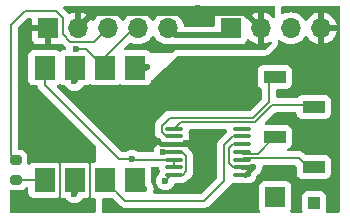
<source format=gbr>
%TF.GenerationSoftware,KiCad,Pcbnew,8.0.1*%
%TF.CreationDate,2025-01-27T15:49:21-05:00*%
%TF.ProjectId,PHY,5048592e-6b69-4636-9164-5f7063625858,rev?*%
%TF.SameCoordinates,Original*%
%TF.FileFunction,Copper,L1,Top*%
%TF.FilePolarity,Positive*%
%FSLAX46Y46*%
G04 Gerber Fmt 4.6, Leading zero omitted, Abs format (unit mm)*
G04 Created by KiCad (PCBNEW 8.0.1) date 2025-01-27 15:49:21*
%MOMM*%
%LPD*%
G01*
G04 APERTURE LIST*
G04 Aperture macros list*
%AMRoundRect*
0 Rectangle with rounded corners*
0 $1 Rounding radius*
0 $2 $3 $4 $5 $6 $7 $8 $9 X,Y pos of 4 corners*
0 Add a 4 corners polygon primitive as box body*
4,1,4,$2,$3,$4,$5,$6,$7,$8,$9,$2,$3,0*
0 Add four circle primitives for the rounded corners*
1,1,$1+$1,$2,$3*
1,1,$1+$1,$4,$5*
1,1,$1+$1,$6,$7*
1,1,$1+$1,$8,$9*
0 Add four rect primitives between the rounded corners*
20,1,$1+$1,$2,$3,$4,$5,0*
20,1,$1+$1,$4,$5,$6,$7,0*
20,1,$1+$1,$6,$7,$8,$9,0*
20,1,$1+$1,$8,$9,$2,$3,0*%
G04 Aperture macros list end*
%TA.AperFunction,ComponentPad*%
%ADD10R,1.000000X1.000000*%
%TD*%
%TA.AperFunction,ComponentPad*%
%ADD11R,1.700000X1.700000*%
%TD*%
%TA.AperFunction,SMDPad,CuDef*%
%ADD12R,1.900000X1.000000*%
%TD*%
%TA.AperFunction,ComponentPad*%
%ADD13O,1.700000X1.700000*%
%TD*%
%TA.AperFunction,SMDPad,CuDef*%
%ADD14R,1.780000X2.000000*%
%TD*%
%TA.AperFunction,SMDPad,CuDef*%
%ADD15RoundRect,0.100000X-0.637500X-0.100000X0.637500X-0.100000X0.637500X0.100000X-0.637500X0.100000X0*%
%TD*%
%TA.AperFunction,SMDPad,CuDef*%
%ADD16RoundRect,0.200000X-0.275000X0.200000X-0.275000X-0.200000X0.275000X-0.200000X0.275000X0.200000X0*%
%TD*%
%TA.AperFunction,ViaPad*%
%ADD17C,0.600000*%
%TD*%
%TA.AperFunction,Conductor*%
%ADD18C,0.200000*%
%TD*%
%TA.AperFunction,Conductor*%
%ADD19C,0.500000*%
%TD*%
%TA.AperFunction,Conductor*%
%ADD20C,0.400000*%
%TD*%
G04 APERTURE END LIST*
D10*
%TO.P,J3,1,Pin_1*%
%TO.N,GND1*%
X162400000Y-91600000D03*
%TD*%
D11*
%TO.P,J4,1,Pin_1*%
%TO.N,unconnected-(J4-Pin_1-Pad1)*%
X159100000Y-91100000D03*
%TD*%
D12*
%TO.P,J1,1,Pin_1*%
%TO.N,/Txp*%
X159050000Y-80900000D03*
%TO.P,J1,2,Pin_2*%
%TO.N,/Txn*%
X162350000Y-83440000D03*
%TO.P,J1,3,Pin_3*%
%TO.N,/Rxp*%
X159050000Y-85980000D03*
%TO.P,J1,4,Pin_4*%
%TO.N,/Rxn*%
X162350000Y-88520000D03*
%TD*%
D11*
%TO.P,U3,1,Pin_1*%
%TO.N,GND*%
X155340000Y-76800000D03*
D13*
%TO.P,U3,2,Pin_2*%
%TO.N,+5V*%
X157880000Y-76800000D03*
%TO.P,U3,3,Pin_3*%
%TO.N,GND1*%
X160420000Y-76800000D03*
%TO.P,U3,4,Pin_4*%
%TO.N,+5VA*%
X162960000Y-76800000D03*
%TD*%
D11*
%TO.P,J2,1,Pin_1*%
%TO.N,+3.3V*%
X139840000Y-76800000D03*
D13*
%TO.P,J2,2,Pin_2*%
%TO.N,+5V*%
X142380000Y-76800000D03*
%TO.P,J2,3,Pin_3*%
%TO.N,/Tx*%
X144920000Y-76800000D03*
%TO.P,J2,4,Pin_4*%
%TO.N,/Rx*%
X147460000Y-76800000D03*
%TO.P,J2,5,Pin_5*%
%TO.N,GND*%
X150000000Y-76800000D03*
%TD*%
D14*
%TO.P,U2,1*%
%TO.N,Net-(R5-Pad2)*%
X139590000Y-89665000D03*
%TO.P,U2,2*%
%TO.N,GND*%
X142130000Y-89665000D03*
%TO.P,U2,3*%
%TO.N,Net-(U1-Pad13)*%
X144670000Y-89665000D03*
%TO.P,U2,4*%
%TO.N,GND1*%
X147210000Y-89665000D03*
%TO.P,U2,5*%
%TO.N,GND*%
X147210000Y-80135000D03*
%TO.P,U2,6*%
%TO.N,/Rx*%
X144670000Y-80135000D03*
%TO.P,U2,7*%
%TO.N,GND1*%
X142130000Y-80135000D03*
%TO.P,U2,8*%
%TO.N,Net-(U1A-+)*%
X139590000Y-80135000D03*
%TD*%
D15*
%TO.P,U1,1*%
%TO.N,/Txn*%
X150532500Y-85305000D03*
%TO.P,U1,2*%
%TO.N,/Txp*%
X150532500Y-85955000D03*
%TO.P,U1,3,V+*%
%TO.N,+5VA*%
X150532500Y-86605000D03*
%TO.P,U1,4,-*%
%TO.N,Net-(U1A--)*%
X150532500Y-87255000D03*
%TO.P,U1,5,+*%
%TO.N,Net-(U1A-+)*%
X150532500Y-87905000D03*
%TO.P,U1,6,-*%
X150532500Y-88555000D03*
%TO.P,U1,7,+*%
%TO.N,Net-(U1A--)*%
X150532500Y-89205000D03*
%TO.P,U1,8,-*%
%TO.N,GND1*%
X156257500Y-89205000D03*
%TO.P,U1,9,+*%
X156257500Y-88555000D03*
%TO.P,U1,10,-*%
%TO.N,/Rxn*%
X156257500Y-87905000D03*
%TO.P,U1,11,+*%
%TO.N,/Rxp*%
X156257500Y-87255000D03*
%TO.P,U1,12,V-*%
%TO.N,GND1*%
X156257500Y-86605000D03*
%TO.P,U1,13*%
%TO.N,Net-(U1-Pad13)*%
X156257500Y-85955000D03*
%TO.P,U1,14*%
%TO.N,unconnected-(U1-Pad14)*%
X156257500Y-85305000D03*
%TD*%
D16*
%TO.P,R5,1*%
%TO.N,/Tx*%
X137140000Y-87975000D03*
%TO.P,R5,2*%
%TO.N,Net-(R5-Pad2)*%
X137140000Y-89625000D03*
%TD*%
D17*
%TO.N,+5V*%
X152600000Y-75100000D03*
%TO.N,GND1*%
X142100000Y-81300000D03*
X148000000Y-90400000D03*
%TO.N,GND*%
X142100000Y-90800000D03*
X148200000Y-80100000D03*
%TO.N,GND1*%
X157209303Y-88516593D03*
%TO.N,+5VA*%
X151572850Y-86502067D03*
X149200935Y-86325038D03*
%TO.N,Net-(U1A-+)*%
X147000000Y-87900000D03*
%TO.N,Net-(U1A--)*%
X149592466Y-87285878D03*
X149800000Y-89700000D03*
%TO.N,/Rx*%
X142200000Y-78550000D03*
%TD*%
D18*
%TO.N,/Txp*%
X157240000Y-84360000D02*
X158600000Y-83000000D01*
X158600000Y-83000000D02*
X158600000Y-81350000D01*
X149495000Y-85036544D02*
X150171544Y-84360000D01*
X158600000Y-81350000D02*
X159050000Y-80900000D01*
X149495000Y-85573456D02*
X149495000Y-85036544D01*
X149876544Y-85955000D02*
X149495000Y-85573456D01*
X150532500Y-85955000D02*
X149876544Y-85955000D01*
X150171544Y-84360000D02*
X157240000Y-84360000D01*
%TO.N,Net-(U1-Pad13)*%
X153100000Y-91400000D02*
X146405000Y-91400000D01*
X154800000Y-89700000D02*
X153100000Y-91400000D01*
X154800000Y-86675001D02*
X154800000Y-89700000D01*
X146405000Y-91400000D02*
X144670000Y-89665000D01*
X155520001Y-85955000D02*
X154800000Y-86675001D01*
X156257500Y-85955000D02*
X155520001Y-85955000D01*
D19*
%TO.N,GND1*%
X147265000Y-89665000D02*
X147210000Y-89665000D01*
X148000000Y-90400000D02*
X147265000Y-89665000D01*
D20*
X157209303Y-88516593D02*
X156520896Y-89205000D01*
X157170896Y-88555000D02*
X156257500Y-88555000D01*
D18*
X156520896Y-89205000D02*
X156257500Y-89205000D01*
D20*
X157209303Y-88516593D02*
X157170896Y-88555000D01*
D18*
%TO.N,+5V*%
X152800000Y-75300000D02*
X152600000Y-75100000D01*
X152800000Y-75500000D02*
X152800000Y-75300000D01*
D19*
X152800000Y-75500000D02*
X156580000Y-75500000D01*
X143680000Y-75500000D02*
X152800000Y-75500000D01*
D18*
%TO.N,/Rx*%
X144670000Y-79230000D02*
X144670000Y-80135000D01*
X147100000Y-76800000D02*
X144670000Y-79230000D01*
X147460000Y-76800000D02*
X147100000Y-76800000D01*
D19*
%TO.N,GND*%
X154740000Y-77400000D02*
X155340000Y-76800000D01*
X150000000Y-76800000D02*
X150600000Y-77400000D01*
X150600000Y-77400000D02*
X154740000Y-77400000D01*
D18*
%TO.N,+3.3V*%
X140900000Y-88150000D02*
X140900000Y-91100000D01*
X143400000Y-88200000D02*
X143400000Y-91100000D01*
%TO.N,/Tx*%
X136700000Y-87535000D02*
X137140000Y-87975000D01*
X140500000Y-75300000D02*
X137900000Y-75300000D01*
X141100000Y-77300000D02*
X141100000Y-75900000D01*
X137900000Y-75300000D02*
X136700000Y-76500000D01*
X141750000Y-77950000D02*
X141100000Y-77300000D01*
X141100000Y-75900000D02*
X140500000Y-75300000D01*
X136700000Y-76500000D02*
X136700000Y-87535000D01*
X143770000Y-77950000D02*
X141750000Y-77950000D01*
X144920000Y-76800000D02*
X143770000Y-77950000D01*
%TO.N,Net-(U1A-+)*%
X145900000Y-87900000D02*
X147000000Y-87900000D01*
X139590000Y-81590000D02*
X145900000Y-87900000D01*
X139590000Y-80135000D02*
X139590000Y-81590000D01*
%TO.N,/Rxp*%
X157625000Y-87400000D02*
X159025000Y-86000000D01*
X159025000Y-86000000D02*
X159050000Y-86000000D01*
X156257500Y-87255000D02*
X156402500Y-87400000D01*
X156402500Y-87400000D02*
X157625000Y-87400000D01*
%TO.N,/Txn*%
X162190000Y-83300000D02*
X162350000Y-83460000D01*
X158865686Y-83300000D02*
X162190000Y-83300000D01*
X151077500Y-84760000D02*
X157405686Y-84760000D01*
X157405686Y-84760000D02*
X158865686Y-83300000D01*
X150532500Y-85305000D02*
X151077500Y-84760000D01*
%TO.N,/Rxn*%
X161845000Y-88540000D02*
X162350000Y-88540000D01*
X156362500Y-87800000D02*
X161105000Y-87800000D01*
X161105000Y-87800000D02*
X161845000Y-88540000D01*
X156257500Y-87905000D02*
X156362500Y-87800000D01*
D19*
%TO.N,GND1*%
X142130000Y-81270000D02*
X142100000Y-81300000D01*
X142130000Y-80135000D02*
X142130000Y-81270000D01*
%TO.N,GND*%
X142130000Y-90770000D02*
X142100000Y-90800000D01*
X142130000Y-89665000D02*
X142130000Y-90770000D01*
X148165000Y-80135000D02*
X148200000Y-80100000D01*
X147210000Y-80135000D02*
X148165000Y-80135000D01*
D20*
%TO.N,+5VA*%
X151469917Y-86605000D02*
X151572850Y-86502067D01*
X150532500Y-86605000D02*
X151469917Y-86605000D01*
D18*
%TO.N,Net-(U1A-+)*%
X147005000Y-87905000D02*
X150532500Y-87905000D01*
X147000000Y-87900000D02*
X147005000Y-87905000D01*
D20*
%TO.N,+5VA*%
X149461775Y-86585878D02*
X149200935Y-86325038D01*
X150513378Y-86585878D02*
X149461775Y-86585878D01*
X150532500Y-86605000D02*
X150513378Y-86585878D01*
D18*
%TO.N,Net-(U1A--)*%
X149623344Y-87255000D02*
X150532500Y-87255000D01*
X149592466Y-87285878D02*
X149623344Y-87255000D01*
X150295000Y-89205000D02*
X149800000Y-89700000D01*
X150532500Y-89205000D02*
X150295000Y-89205000D01*
%TO.N,/Rx*%
X143085000Y-78550000D02*
X144670000Y-80135000D01*
X142200000Y-78550000D02*
X143085000Y-78550000D01*
%TO.N,Net-(R5-Pad2)*%
X139550000Y-89625000D02*
X139590000Y-89665000D01*
X137140000Y-89625000D02*
X139550000Y-89625000D01*
D19*
%TO.N,+5V*%
X142380000Y-76800000D02*
X143680000Y-75500000D01*
X156580000Y-75500000D02*
X157880000Y-76800000D01*
D18*
%TO.N,Net-(U1A-+)*%
X150532500Y-88555000D02*
X150532500Y-87905000D01*
%TO.N,GND1*%
X155555000Y-88555000D02*
X156257500Y-88555000D01*
X155220000Y-86905001D02*
X155220000Y-88220000D01*
X155520001Y-86605000D02*
X155220000Y-86905001D01*
X155220000Y-88220000D02*
X155555000Y-88555000D01*
X156257500Y-86605000D02*
X155520001Y-86605000D01*
%TO.N,Net-(U1A--)*%
X151188456Y-87255000D02*
X150532500Y-87255000D01*
X151269999Y-89205000D02*
X151570000Y-88904999D01*
X151570000Y-88904999D02*
X151570000Y-87636544D01*
X151570000Y-87636544D02*
X151188456Y-87255000D01*
X150532500Y-89205000D02*
X151269999Y-89205000D01*
%TD*%
%TA.AperFunction,Conductor*%
%TO.N,+5VA*%
G36*
X164542539Y-74920185D02*
G01*
X164588294Y-74972989D01*
X164599500Y-75024500D01*
X164599500Y-92275500D01*
X164579815Y-92342539D01*
X164527011Y-92388294D01*
X164475500Y-92399500D01*
X163501067Y-92399500D01*
X163434028Y-92379815D01*
X163388273Y-92327011D01*
X163378329Y-92257853D01*
X163384885Y-92232168D01*
X163394090Y-92207485D01*
X163394091Y-92207483D01*
X163400500Y-92147873D01*
X163400499Y-91052128D01*
X163394091Y-90992517D01*
X163343796Y-90857669D01*
X163343795Y-90857668D01*
X163343793Y-90857664D01*
X163257547Y-90742455D01*
X163257544Y-90742452D01*
X163142335Y-90656206D01*
X163142328Y-90656202D01*
X163007482Y-90605908D01*
X163007483Y-90605908D01*
X162947883Y-90599501D01*
X162947881Y-90599500D01*
X162947873Y-90599500D01*
X162947864Y-90599500D01*
X161852129Y-90599500D01*
X161852123Y-90599501D01*
X161792516Y-90605908D01*
X161657671Y-90656202D01*
X161657664Y-90656206D01*
X161542455Y-90742452D01*
X161542452Y-90742455D01*
X161456206Y-90857664D01*
X161456202Y-90857671D01*
X161405908Y-90992517D01*
X161399501Y-91052116D01*
X161399501Y-91052123D01*
X161399500Y-91052135D01*
X161399500Y-92147870D01*
X161399501Y-92147876D01*
X161405909Y-92207485D01*
X161415115Y-92232168D01*
X161420099Y-92301860D01*
X161386613Y-92363182D01*
X161325289Y-92396667D01*
X161298933Y-92399500D01*
X160486432Y-92399500D01*
X160419393Y-92379815D01*
X160373638Y-92327011D01*
X160363694Y-92257853D01*
X160387165Y-92201190D01*
X160390679Y-92196494D01*
X160393796Y-92192331D01*
X160444091Y-92057483D01*
X160450500Y-91997873D01*
X160450499Y-90202128D01*
X160444091Y-90142517D01*
X160416565Y-90068717D01*
X160393797Y-90007671D01*
X160393793Y-90007664D01*
X160307547Y-89892455D01*
X160307544Y-89892452D01*
X160192335Y-89806206D01*
X160192328Y-89806202D01*
X160057482Y-89755908D01*
X160057483Y-89755908D01*
X159997883Y-89749501D01*
X159997881Y-89749500D01*
X159997873Y-89749500D01*
X159997864Y-89749500D01*
X158202129Y-89749500D01*
X158202123Y-89749501D01*
X158142516Y-89755908D01*
X158007671Y-89806202D01*
X158007664Y-89806206D01*
X157892455Y-89892452D01*
X157892452Y-89892455D01*
X157806206Y-90007664D01*
X157806202Y-90007671D01*
X157755908Y-90142517D01*
X157751823Y-90180520D01*
X157749501Y-90202123D01*
X157749500Y-90202135D01*
X157749500Y-91997870D01*
X157749501Y-91997876D01*
X157755908Y-92057483D01*
X157806202Y-92192328D01*
X157806206Y-92192334D01*
X157812835Y-92201190D01*
X157837252Y-92266654D01*
X157822400Y-92334927D01*
X157772995Y-92384332D01*
X157713568Y-92399500D01*
X144529500Y-92399500D01*
X144462461Y-92379815D01*
X144416706Y-92327011D01*
X144405500Y-92275500D01*
X144405500Y-91289499D01*
X144425185Y-91222460D01*
X144477989Y-91176705D01*
X144529500Y-91165499D01*
X145269901Y-91165499D01*
X145336940Y-91185184D01*
X145357582Y-91201818D01*
X146036284Y-91880520D01*
X146036286Y-91880521D01*
X146036290Y-91880524D01*
X146173209Y-91959573D01*
X146173216Y-91959577D01*
X146325943Y-92000501D01*
X146325945Y-92000501D01*
X146491654Y-92000501D01*
X146491670Y-92000500D01*
X153013331Y-92000500D01*
X153013347Y-92000501D01*
X153020943Y-92000501D01*
X153179054Y-92000501D01*
X153179057Y-92000501D01*
X153331785Y-91959577D01*
X153381904Y-91930639D01*
X153468716Y-91880520D01*
X153580520Y-91768716D01*
X153580520Y-91768714D01*
X153590728Y-91758507D01*
X153590730Y-91758504D01*
X155158506Y-90190728D01*
X155158511Y-90190724D01*
X155168714Y-90180520D01*
X155168716Y-90180520D01*
X155280520Y-90068716D01*
X155340129Y-89965470D01*
X155347867Y-89952066D01*
X155398429Y-89903850D01*
X155467035Y-89890623D01*
X155471383Y-89891116D01*
X155580639Y-89905500D01*
X156444289Y-89905499D01*
X156444307Y-89905500D01*
X156451902Y-89905500D01*
X156599880Y-89905500D01*
X156599892Y-89905499D01*
X156934363Y-89905499D01*
X157051753Y-89890046D01*
X157051757Y-89890044D01*
X157051762Y-89890044D01*
X157197841Y-89829536D01*
X157323282Y-89733282D01*
X157419536Y-89607841D01*
X157480044Y-89461762D01*
X157495500Y-89344361D01*
X157495499Y-89344331D01*
X157495607Y-89342710D01*
X157495779Y-89342238D01*
X157496030Y-89340336D01*
X157496455Y-89340392D01*
X157519625Y-89277098D01*
X157553371Y-89245808D01*
X157558821Y-89242383D01*
X157558825Y-89242382D01*
X157711565Y-89146409D01*
X157839119Y-89018855D01*
X157935092Y-88866115D01*
X157994671Y-88695848D01*
X157994672Y-88695842D01*
X158015542Y-88510617D01*
X158042608Y-88446203D01*
X158100203Y-88406647D01*
X158138762Y-88400500D01*
X160775500Y-88400500D01*
X160842539Y-88420185D01*
X160888294Y-88472989D01*
X160899500Y-88524500D01*
X160899500Y-89067870D01*
X160899501Y-89067876D01*
X160905908Y-89127483D01*
X160956202Y-89262328D01*
X160956206Y-89262335D01*
X161042452Y-89377544D01*
X161042455Y-89377547D01*
X161157664Y-89463793D01*
X161157671Y-89463797D01*
X161292517Y-89514091D01*
X161292516Y-89514091D01*
X161299444Y-89514835D01*
X161352127Y-89520500D01*
X163347872Y-89520499D01*
X163407483Y-89514091D01*
X163542331Y-89463796D01*
X163657546Y-89377546D01*
X163743796Y-89262331D01*
X163794091Y-89127483D01*
X163800500Y-89067873D01*
X163800499Y-87972128D01*
X163794091Y-87912517D01*
X163743796Y-87777669D01*
X163743795Y-87777668D01*
X163743793Y-87777664D01*
X163657547Y-87662455D01*
X163657544Y-87662452D01*
X163542335Y-87576206D01*
X163542328Y-87576202D01*
X163407482Y-87525908D01*
X163407483Y-87525908D01*
X163347883Y-87519501D01*
X163347881Y-87519500D01*
X163347873Y-87519500D01*
X163347865Y-87519500D01*
X161725097Y-87519500D01*
X161658058Y-87499815D01*
X161637416Y-87483181D01*
X161592590Y-87438355D01*
X161592588Y-87438352D01*
X161473717Y-87319481D01*
X161473716Y-87319480D01*
X161384251Y-87267828D01*
X161384250Y-87267827D01*
X161336783Y-87240422D01*
X161280881Y-87225443D01*
X161184057Y-87199499D01*
X161025943Y-87199499D01*
X161018347Y-87199499D01*
X161018331Y-87199500D01*
X160190425Y-87199500D01*
X160123386Y-87179815D01*
X160077631Y-87127011D01*
X160067687Y-87057853D01*
X160096712Y-86994297D01*
X160147092Y-86959318D01*
X160205246Y-86937627D01*
X160242331Y-86923796D01*
X160357546Y-86837546D01*
X160443796Y-86722331D01*
X160494091Y-86587483D01*
X160500500Y-86527873D01*
X160500499Y-85432128D01*
X160494091Y-85372517D01*
X160475657Y-85323094D01*
X160443797Y-85237671D01*
X160443793Y-85237664D01*
X160357547Y-85122455D01*
X160357544Y-85122452D01*
X160242335Y-85036206D01*
X160242328Y-85036202D01*
X160107482Y-84985908D01*
X160107483Y-84985908D01*
X160047883Y-84979501D01*
X160047881Y-84979500D01*
X160047873Y-84979500D01*
X160047865Y-84979500D01*
X158334781Y-84979500D01*
X158267742Y-84959815D01*
X158221987Y-84907011D01*
X158212043Y-84837853D01*
X158241068Y-84774297D01*
X158247081Y-84767839D01*
X159078103Y-83936819D01*
X159139426Y-83903334D01*
X159165784Y-83900500D01*
X160778724Y-83900500D01*
X160845763Y-83920185D01*
X160891518Y-83972989D01*
X160902014Y-84011248D01*
X160905908Y-84047483D01*
X160956202Y-84182328D01*
X160956206Y-84182335D01*
X161042452Y-84297544D01*
X161042455Y-84297547D01*
X161157664Y-84383793D01*
X161157671Y-84383797D01*
X161292517Y-84434091D01*
X161292516Y-84434091D01*
X161299444Y-84434835D01*
X161352127Y-84440500D01*
X163347872Y-84440499D01*
X163407483Y-84434091D01*
X163542331Y-84383796D01*
X163657546Y-84297546D01*
X163743796Y-84182331D01*
X163794091Y-84047483D01*
X163800500Y-83987873D01*
X163800499Y-82892128D01*
X163794091Y-82832517D01*
X163743796Y-82697669D01*
X163743795Y-82697668D01*
X163743793Y-82697664D01*
X163657547Y-82582455D01*
X163657544Y-82582452D01*
X163542335Y-82496206D01*
X163542328Y-82496202D01*
X163407482Y-82445908D01*
X163407483Y-82445908D01*
X163347883Y-82439501D01*
X163347881Y-82439500D01*
X163347873Y-82439500D01*
X163347864Y-82439500D01*
X161352129Y-82439500D01*
X161352123Y-82439501D01*
X161292516Y-82445908D01*
X161157671Y-82496202D01*
X161157664Y-82496206D01*
X161042456Y-82582452D01*
X161042455Y-82582453D01*
X161042454Y-82582454D01*
X161009099Y-82627011D01*
X160992031Y-82649811D01*
X160936097Y-82691682D01*
X160892764Y-82699500D01*
X159324500Y-82699500D01*
X159257461Y-82679815D01*
X159211706Y-82627011D01*
X159200500Y-82575500D01*
X159200500Y-82024499D01*
X159220185Y-81957460D01*
X159272989Y-81911705D01*
X159324500Y-81900499D01*
X160047871Y-81900499D01*
X160047872Y-81900499D01*
X160107483Y-81894091D01*
X160242331Y-81843796D01*
X160357546Y-81757546D01*
X160443796Y-81642331D01*
X160494091Y-81507483D01*
X160500500Y-81447873D01*
X160500499Y-80352128D01*
X160494091Y-80292517D01*
X160443796Y-80157669D01*
X160443795Y-80157668D01*
X160443793Y-80157664D01*
X160357547Y-80042455D01*
X160357544Y-80042452D01*
X160242335Y-79956206D01*
X160242328Y-79956202D01*
X160107482Y-79905908D01*
X160107483Y-79905908D01*
X160047883Y-79899501D01*
X160047881Y-79899500D01*
X160047873Y-79899500D01*
X160047864Y-79899500D01*
X158052129Y-79899500D01*
X158052123Y-79899501D01*
X157992516Y-79905908D01*
X157857671Y-79956202D01*
X157857664Y-79956206D01*
X157742455Y-80042452D01*
X157742452Y-80042455D01*
X157656206Y-80157664D01*
X157656202Y-80157671D01*
X157605908Y-80292517D01*
X157599501Y-80352116D01*
X157599501Y-80352123D01*
X157599500Y-80352135D01*
X157599500Y-81447870D01*
X157599501Y-81447876D01*
X157605908Y-81507483D01*
X157656202Y-81642328D01*
X157656206Y-81642335D01*
X157742452Y-81757544D01*
X157742455Y-81757547D01*
X157857664Y-81843793D01*
X157857669Y-81843796D01*
X157918833Y-81866608D01*
X157974766Y-81908478D01*
X157999184Y-81973942D01*
X157999500Y-81982790D01*
X157999500Y-82699903D01*
X157979815Y-82766942D01*
X157963181Y-82787584D01*
X157027584Y-83723181D01*
X156966261Y-83756666D01*
X156939903Y-83759500D01*
X150258214Y-83759500D01*
X150258198Y-83759499D01*
X150250602Y-83759499D01*
X150092487Y-83759499D01*
X150016123Y-83779961D01*
X149939758Y-83800423D01*
X149939753Y-83800426D01*
X149802834Y-83879475D01*
X149802826Y-83879481D01*
X149014481Y-84667826D01*
X149014479Y-84667829D01*
X148979328Y-84728714D01*
X148979327Y-84728716D01*
X148935423Y-84804758D01*
X148935423Y-84804759D01*
X148894499Y-84957487D01*
X148894499Y-84957489D01*
X148894499Y-85125590D01*
X148894500Y-85125603D01*
X148894500Y-85486786D01*
X148894499Y-85486804D01*
X148894499Y-85652510D01*
X148894498Y-85652510D01*
X148935423Y-85805240D01*
X148935424Y-85805244D01*
X148941424Y-85815636D01*
X148941427Y-85815640D01*
X149014477Y-85942168D01*
X149014481Y-85942173D01*
X149284143Y-86211835D01*
X149317628Y-86273158D01*
X149312644Y-86342850D01*
X149311028Y-86346957D01*
X149310446Y-86348361D01*
X149310444Y-86348369D01*
X149294999Y-86465679D01*
X149294923Y-86466847D01*
X149294802Y-86467175D01*
X149294470Y-86469702D01*
X149293904Y-86469627D01*
X149270892Y-86532454D01*
X149237161Y-86563722D01*
X149199348Y-86587482D01*
X149090203Y-86656062D01*
X148962650Y-86783615D01*
X148866677Y-86936354D01*
X148807097Y-87106623D01*
X148807096Y-87106627D01*
X148797209Y-87194384D01*
X148770142Y-87258798D01*
X148712547Y-87298353D01*
X148673989Y-87304500D01*
X147587940Y-87304500D01*
X147520901Y-87284815D01*
X147507871Y-87274315D01*
X147507705Y-87274525D01*
X147502262Y-87270184D01*
X147349523Y-87174211D01*
X147179254Y-87114631D01*
X147179249Y-87114630D01*
X147000004Y-87094435D01*
X146999996Y-87094435D01*
X146820750Y-87114630D01*
X146820745Y-87114631D01*
X146650476Y-87174211D01*
X146497736Y-87270185D01*
X146494903Y-87272445D01*
X146492724Y-87273334D01*
X146491842Y-87273889D01*
X146491744Y-87273734D01*
X146430217Y-87298855D01*
X146417588Y-87299500D01*
X146200098Y-87299500D01*
X146133059Y-87279815D01*
X146112417Y-87263181D01*
X140644414Y-81795179D01*
X140610929Y-81733856D01*
X140615913Y-81664164D01*
X140657785Y-81608231D01*
X140688760Y-81591317D01*
X140722331Y-81578796D01*
X140785689Y-81531365D01*
X140851153Y-81506949D01*
X140919426Y-81521800D01*
X140934311Y-81531366D01*
X140997669Y-81578796D01*
X140997671Y-81578797D01*
X141031234Y-81591315D01*
X141132517Y-81629091D01*
X141192127Y-81635500D01*
X141296867Y-81635499D01*
X141363905Y-81655183D01*
X141401861Y-81693527D01*
X141442086Y-81757544D01*
X141470184Y-81802262D01*
X141597738Y-81929816D01*
X141750478Y-82025789D01*
X141920745Y-82085368D01*
X141920750Y-82085369D01*
X142099996Y-82105565D01*
X142100000Y-82105565D01*
X142100004Y-82105565D01*
X142279249Y-82085369D01*
X142279252Y-82085368D01*
X142279255Y-82085368D01*
X142449522Y-82025789D01*
X142602262Y-81929816D01*
X142729816Y-81802262D01*
X142798139Y-81693527D01*
X142850474Y-81647236D01*
X142903133Y-81635499D01*
X143067871Y-81635499D01*
X143067872Y-81635499D01*
X143127483Y-81629091D01*
X143262331Y-81578796D01*
X143325689Y-81531365D01*
X143391153Y-81506949D01*
X143459426Y-81521800D01*
X143474311Y-81531366D01*
X143537669Y-81578796D01*
X143537671Y-81578797D01*
X143672517Y-81629091D01*
X143672516Y-81629091D01*
X143679444Y-81629835D01*
X143732127Y-81635500D01*
X145607872Y-81635499D01*
X145667483Y-81629091D01*
X145802331Y-81578796D01*
X145865689Y-81531365D01*
X145931153Y-81506949D01*
X145999426Y-81521800D01*
X146014311Y-81531366D01*
X146077669Y-81578796D01*
X146077671Y-81578797D01*
X146212517Y-81629091D01*
X146212516Y-81629091D01*
X146219444Y-81629835D01*
X146272127Y-81635500D01*
X148147872Y-81635499D01*
X148207483Y-81629091D01*
X148342331Y-81578796D01*
X148457546Y-81492546D01*
X148543796Y-81377331D01*
X148594091Y-81242483D01*
X148595874Y-81234939D01*
X148598648Y-81235594D01*
X148620218Y-81183493D01*
X148633169Y-81169714D01*
X150858460Y-79137928D01*
X150921240Y-79107262D01*
X150942069Y-79105500D01*
X158248640Y-79105500D01*
X158258786Y-79104955D01*
X158302678Y-79102603D01*
X158302686Y-79102602D01*
X158302688Y-79102602D01*
X158302689Y-79102602D01*
X158309682Y-79101849D01*
X158329036Y-79099769D01*
X158329046Y-79099767D01*
X158329049Y-79099767D01*
X158338648Y-79098211D01*
X158382448Y-79091114D01*
X158517257Y-79040832D01*
X158578580Y-79007347D01*
X158693762Y-78921123D01*
X159143078Y-78471806D01*
X159162373Y-78451408D01*
X159171552Y-78441148D01*
X159189676Y-78419722D01*
X159262601Y-78295691D01*
X159289082Y-78231034D01*
X159289082Y-78231033D01*
X159289083Y-78231025D01*
X159289266Y-78230581D01*
X159289850Y-78227970D01*
X159324110Y-78091482D01*
X159323412Y-78073901D01*
X159318403Y-77947726D01*
X159318402Y-77947721D01*
X159318402Y-77947715D01*
X159313964Y-77923665D01*
X159321155Y-77854168D01*
X159364779Y-77799590D01*
X159430984Y-77777261D01*
X159498752Y-77794269D01*
X159523586Y-77813482D01*
X159548599Y-77838495D01*
X159606455Y-77879006D01*
X159742165Y-77974032D01*
X159742167Y-77974033D01*
X159742170Y-77974035D01*
X159956337Y-78073903D01*
X160184592Y-78135063D01*
X160372918Y-78151539D01*
X160419999Y-78155659D01*
X160420000Y-78155659D01*
X160420001Y-78155659D01*
X160459234Y-78152226D01*
X160655408Y-78135063D01*
X160883663Y-78073903D01*
X161097830Y-77974035D01*
X161291401Y-77838495D01*
X161458495Y-77671401D01*
X161588730Y-77485405D01*
X161643307Y-77441781D01*
X161712805Y-77434587D01*
X161775160Y-77466110D01*
X161791879Y-77485405D01*
X161921890Y-77671078D01*
X162088917Y-77838105D01*
X162282421Y-77973600D01*
X162496507Y-78073429D01*
X162496516Y-78073433D01*
X162710000Y-78130634D01*
X162710000Y-77233012D01*
X162767007Y-77265925D01*
X162894174Y-77300000D01*
X163025826Y-77300000D01*
X163152993Y-77265925D01*
X163210000Y-77233012D01*
X163210000Y-78130633D01*
X163423483Y-78073433D01*
X163423492Y-78073429D01*
X163637578Y-77973600D01*
X163831082Y-77838105D01*
X163998105Y-77671082D01*
X164133600Y-77477578D01*
X164233429Y-77263492D01*
X164233432Y-77263486D01*
X164290636Y-77050000D01*
X163393012Y-77050000D01*
X163425925Y-76992993D01*
X163460000Y-76865826D01*
X163460000Y-76734174D01*
X163425925Y-76607007D01*
X163393012Y-76550000D01*
X164290636Y-76550000D01*
X164290635Y-76549999D01*
X164233432Y-76336513D01*
X164233429Y-76336507D01*
X164133600Y-76122422D01*
X164133599Y-76122420D01*
X163998113Y-75928926D01*
X163998108Y-75928920D01*
X163831082Y-75761894D01*
X163637578Y-75626399D01*
X163423492Y-75526570D01*
X163423486Y-75526567D01*
X163210000Y-75469364D01*
X163210000Y-76366988D01*
X163152993Y-76334075D01*
X163025826Y-76300000D01*
X162894174Y-76300000D01*
X162767007Y-76334075D01*
X162710000Y-76366988D01*
X162710000Y-75469364D01*
X162709999Y-75469364D01*
X162496513Y-75526567D01*
X162496507Y-75526570D01*
X162282422Y-75626399D01*
X162282420Y-75626400D01*
X162088926Y-75761886D01*
X162088920Y-75761891D01*
X161921891Y-75928920D01*
X161921890Y-75928922D01*
X161791880Y-76114595D01*
X161737303Y-76158219D01*
X161667804Y-76165412D01*
X161605450Y-76133890D01*
X161588730Y-76114594D01*
X161458494Y-75928597D01*
X161291402Y-75761506D01*
X161291395Y-75761501D01*
X161097834Y-75625967D01*
X161097830Y-75625965D01*
X161080595Y-75617928D01*
X160883663Y-75526097D01*
X160883659Y-75526096D01*
X160883655Y-75526094D01*
X160655413Y-75464938D01*
X160655403Y-75464936D01*
X160420001Y-75444341D01*
X160419999Y-75444341D01*
X160184596Y-75464936D01*
X160184586Y-75464938D01*
X159956344Y-75526094D01*
X159956335Y-75526098D01*
X159781905Y-75607436D01*
X159712827Y-75617928D01*
X159649043Y-75589408D01*
X159610804Y-75530932D01*
X159605500Y-75495054D01*
X159605500Y-75024500D01*
X159625185Y-74957461D01*
X159677989Y-74911706D01*
X159729500Y-74900500D01*
X164475500Y-74900500D01*
X164542539Y-74920185D01*
G37*
%TD.AperFunction*%
%TA.AperFunction,Conductor*%
G36*
X154966754Y-85380185D02*
G01*
X155012509Y-85432989D01*
X155022654Y-85468317D01*
X155030353Y-85526805D01*
X155019586Y-85595840D01*
X154995095Y-85630669D01*
X154431286Y-86194479D01*
X154319481Y-86306283D01*
X154319479Y-86306285D01*
X154295998Y-86346957D01*
X154283436Y-86368716D01*
X154240423Y-86443216D01*
X154199499Y-86595944D01*
X154199499Y-86595946D01*
X154199499Y-86764047D01*
X154199500Y-86764060D01*
X154199500Y-89399903D01*
X154179815Y-89466942D01*
X154163181Y-89487584D01*
X152887584Y-90763181D01*
X152826261Y-90796666D01*
X152799903Y-90799500D01*
X148883063Y-90799500D01*
X148816024Y-90779815D01*
X148770269Y-90727011D01*
X148760325Y-90657853D01*
X148766022Y-90634545D01*
X148785366Y-90579262D01*
X148785369Y-90579249D01*
X148805565Y-90400003D01*
X148805565Y-90399996D01*
X148785369Y-90220750D01*
X148785368Y-90220745D01*
X148725789Y-90050478D01*
X148725188Y-90049522D01*
X148690123Y-89993716D01*
X148629816Y-89897738D01*
X148629812Y-89897734D01*
X148627550Y-89894897D01*
X148626658Y-89892713D01*
X148626111Y-89891842D01*
X148626263Y-89891746D01*
X148601143Y-89830210D01*
X148600499Y-89817586D01*
X148600499Y-88629500D01*
X148620184Y-88562461D01*
X148672988Y-88516706D01*
X148724499Y-88505500D01*
X149170501Y-88505500D01*
X149237540Y-88525185D01*
X149283295Y-88577989D01*
X149294501Y-88629500D01*
X149294501Y-88694363D01*
X149309953Y-88811753D01*
X149309957Y-88811765D01*
X149318566Y-88832550D01*
X149326033Y-88902019D01*
X149318566Y-88927450D01*
X149309957Y-88948234D01*
X149309956Y-88948238D01*
X149298814Y-89032869D01*
X149270547Y-89096765D01*
X149263557Y-89104364D01*
X149170184Y-89197737D01*
X149074211Y-89350476D01*
X149014631Y-89520745D01*
X149014630Y-89520750D01*
X148994435Y-89699996D01*
X148994435Y-89700003D01*
X149014630Y-89879249D01*
X149014631Y-89879254D01*
X149074211Y-90049523D01*
X149156523Y-90180521D01*
X149170184Y-90202262D01*
X149297738Y-90329816D01*
X149450478Y-90425789D01*
X149620745Y-90485368D01*
X149620750Y-90485369D01*
X149799996Y-90505565D01*
X149800000Y-90505565D01*
X149800004Y-90505565D01*
X149979249Y-90485369D01*
X149979252Y-90485368D01*
X149979255Y-90485368D01*
X150149522Y-90425789D01*
X150302262Y-90329816D01*
X150429816Y-90202262D01*
X150525789Y-90049522D01*
X150547125Y-89988545D01*
X150587846Y-89931769D01*
X150652799Y-89906021D01*
X150664167Y-89905499D01*
X151209363Y-89905499D01*
X151326753Y-89890046D01*
X151326757Y-89890044D01*
X151326762Y-89890044D01*
X151472841Y-89829536D01*
X151598282Y-89733282D01*
X151619574Y-89705532D01*
X151633403Y-89691704D01*
X151632967Y-89691268D01*
X151638715Y-89685520D01*
X151750519Y-89573716D01*
X151750519Y-89573714D01*
X151760723Y-89563511D01*
X151760727Y-89563506D01*
X151928506Y-89395727D01*
X151928511Y-89395723D01*
X151938714Y-89385519D01*
X151938716Y-89385519D01*
X152050520Y-89273715D01*
X152129577Y-89136783D01*
X152161176Y-89018855D01*
X152170500Y-88984057D01*
X152170500Y-88825942D01*
X152170500Y-87725604D01*
X152170501Y-87725591D01*
X152170501Y-87557488D01*
X152170501Y-87557487D01*
X152129577Y-87404760D01*
X152080341Y-87319480D01*
X152050524Y-87267834D01*
X152050521Y-87267830D01*
X152050520Y-87267828D01*
X151780856Y-86998164D01*
X151747371Y-86936841D01*
X151752355Y-86867149D01*
X151753979Y-86863024D01*
X151754555Y-86861632D01*
X151754555Y-86861630D01*
X151762012Y-86805000D01*
X151719500Y-86805000D01*
X151652461Y-86785315D01*
X151621125Y-86756487D01*
X151598283Y-86726719D01*
X151598282Y-86726718D01*
X151567860Y-86703374D01*
X151526658Y-86646949D01*
X151522503Y-86577203D01*
X151556714Y-86516282D01*
X151567851Y-86506631D01*
X151598282Y-86483282D01*
X151611819Y-86465640D01*
X151621125Y-86453513D01*
X151677553Y-86412310D01*
X151719500Y-86405000D01*
X151762010Y-86405000D01*
X151762011Y-86404998D01*
X151754558Y-86348377D01*
X151754554Y-86348365D01*
X151746163Y-86328106D01*
X151738694Y-86258637D01*
X151746164Y-86233199D01*
X151755044Y-86211762D01*
X151770500Y-86094361D01*
X151770499Y-85815640D01*
X151770498Y-85815636D01*
X151767277Y-85791170D01*
X151755044Y-85698238D01*
X151746434Y-85677454D01*
X151738965Y-85607986D01*
X151746435Y-85582545D01*
X151746536Y-85582301D01*
X151755044Y-85561762D01*
X151763179Y-85499965D01*
X151767347Y-85468314D01*
X151795614Y-85404418D01*
X151853939Y-85365947D01*
X151890286Y-85360500D01*
X154899715Y-85360500D01*
X154966754Y-85380185D01*
G37*
%TD.AperFunction*%
%TD*%
%TA.AperFunction,Conductor*%
%TO.N,+3.3V*%
G36*
X138142540Y-90245185D02*
G01*
X138188295Y-90297989D01*
X138199501Y-90349500D01*
X138199501Y-90712876D01*
X138205908Y-90772483D01*
X138256202Y-90907328D01*
X138256206Y-90907335D01*
X138342452Y-91022544D01*
X138342455Y-91022547D01*
X138457664Y-91108793D01*
X138457671Y-91108797D01*
X138592517Y-91159091D01*
X138592516Y-91159091D01*
X138599444Y-91159835D01*
X138652127Y-91165500D01*
X140527872Y-91165499D01*
X140587483Y-91159091D01*
X140722331Y-91108796D01*
X140785689Y-91061365D01*
X140851153Y-91036949D01*
X140919426Y-91051800D01*
X140934311Y-91061366D01*
X140997669Y-91108796D01*
X140997671Y-91108797D01*
X141042618Y-91125561D01*
X141132517Y-91159091D01*
X141192127Y-91165500D01*
X141315717Y-91165499D01*
X141382756Y-91185183D01*
X141420710Y-91223526D01*
X141470182Y-91302260D01*
X141470184Y-91302262D01*
X141597738Y-91429816D01*
X141750478Y-91525789D01*
X141920745Y-91585368D01*
X141920750Y-91585369D01*
X142099996Y-91605565D01*
X142100000Y-91605565D01*
X142100004Y-91605565D01*
X142279249Y-91585369D01*
X142279252Y-91585368D01*
X142279255Y-91585368D01*
X142449522Y-91525789D01*
X142602262Y-91429816D01*
X142729816Y-91302262D01*
X142779289Y-91223526D01*
X142831621Y-91177236D01*
X142884281Y-91165499D01*
X143067871Y-91165499D01*
X143067872Y-91165499D01*
X143127483Y-91159091D01*
X143262331Y-91108796D01*
X143325689Y-91061365D01*
X143391153Y-91036949D01*
X143459426Y-91051800D01*
X143474311Y-91061366D01*
X143537669Y-91108796D01*
X143537671Y-91108797D01*
X143582618Y-91125561D01*
X143672517Y-91159091D01*
X143732127Y-91165500D01*
X143776000Y-91165499D01*
X143843037Y-91185182D01*
X143888793Y-91237985D01*
X143900000Y-91289499D01*
X143900000Y-92275500D01*
X143880315Y-92342539D01*
X143827511Y-92388294D01*
X143776000Y-92399500D01*
X136724500Y-92399500D01*
X136657461Y-92379815D01*
X136611706Y-92327011D01*
X136600500Y-92275500D01*
X136600500Y-90642387D01*
X136620185Y-90575348D01*
X136672989Y-90529593D01*
X136735723Y-90518896D01*
X136737800Y-90519084D01*
X136737804Y-90519086D01*
X136808384Y-90525500D01*
X136808388Y-90525500D01*
X137471613Y-90525500D01*
X137471616Y-90525500D01*
X137542196Y-90519086D01*
X137704606Y-90468478D01*
X137850185Y-90380472D01*
X137881157Y-90349500D01*
X137968839Y-90261819D01*
X138030162Y-90228334D01*
X138056520Y-90225500D01*
X138075501Y-90225500D01*
X138142540Y-90245185D01*
G37*
%TD.AperFunction*%
%TA.AperFunction,Conductor*%
G36*
X138433039Y-75920185D02*
G01*
X138478794Y-75972989D01*
X138490000Y-76024500D01*
X138490000Y-76550000D01*
X139406988Y-76550000D01*
X139374075Y-76607007D01*
X139340000Y-76734174D01*
X139340000Y-76865826D01*
X139374075Y-76992993D01*
X139406988Y-77050000D01*
X138490000Y-77050000D01*
X138490000Y-77697844D01*
X138496401Y-77757372D01*
X138496403Y-77757379D01*
X138546645Y-77892086D01*
X138546649Y-77892093D01*
X138632809Y-78007187D01*
X138632812Y-78007190D01*
X138747906Y-78093350D01*
X138747913Y-78093354D01*
X138882620Y-78143596D01*
X138882627Y-78143598D01*
X138942155Y-78149999D01*
X138942172Y-78150000D01*
X139590000Y-78150000D01*
X139590000Y-77233012D01*
X139647007Y-77265925D01*
X139774174Y-77300000D01*
X139905826Y-77300000D01*
X140032993Y-77265925D01*
X140090000Y-77233012D01*
X140090000Y-78150000D01*
X140737828Y-78150000D01*
X140737844Y-78149999D01*
X140797372Y-78143598D01*
X140797383Y-78143595D01*
X140939018Y-78090768D01*
X141008709Y-78085783D01*
X141070030Y-78119265D01*
X141070033Y-78119268D01*
X141265139Y-78314374D01*
X141265160Y-78314397D01*
X141362976Y-78412213D01*
X141396461Y-78473536D01*
X141398515Y-78513777D01*
X141397320Y-78524383D01*
X141370254Y-78588797D01*
X141312659Y-78628353D01*
X141274101Y-78634500D01*
X141192130Y-78634500D01*
X141192123Y-78634501D01*
X141132516Y-78640908D01*
X140997671Y-78691202D01*
X140997669Y-78691203D01*
X140934311Y-78738634D01*
X140868847Y-78763051D01*
X140800574Y-78748200D01*
X140785689Y-78738634D01*
X140722330Y-78691203D01*
X140722328Y-78691202D01*
X140587482Y-78640908D01*
X140587483Y-78640908D01*
X140527883Y-78634501D01*
X140527881Y-78634500D01*
X140527873Y-78634500D01*
X140527864Y-78634500D01*
X138652129Y-78634500D01*
X138652123Y-78634501D01*
X138592516Y-78640908D01*
X138457671Y-78691202D01*
X138457664Y-78691206D01*
X138342455Y-78777452D01*
X138342452Y-78777455D01*
X138256206Y-78892664D01*
X138256202Y-78892671D01*
X138205908Y-79027517D01*
X138199501Y-79087116D01*
X138199500Y-79087135D01*
X138199500Y-81182870D01*
X138199501Y-81182876D01*
X138205908Y-81242483D01*
X138256202Y-81377328D01*
X138256206Y-81377335D01*
X138342452Y-81492544D01*
X138342455Y-81492547D01*
X138457664Y-81578793D01*
X138457671Y-81578797D01*
X138502618Y-81595561D01*
X138592517Y-81629091D01*
X138652127Y-81635500D01*
X138885359Y-81635499D01*
X138952398Y-81655183D01*
X138998153Y-81707987D01*
X139005134Y-81727405D01*
X139030423Y-81821785D01*
X139040526Y-81839283D01*
X139040527Y-81839286D01*
X139109475Y-81958709D01*
X139109481Y-81958717D01*
X139228349Y-82077585D01*
X139228354Y-82077589D01*
X143863681Y-86712917D01*
X143897166Y-86774239D01*
X143900000Y-86800597D01*
X143900000Y-88040500D01*
X143880315Y-88107539D01*
X143827511Y-88153294D01*
X143776003Y-88164500D01*
X143732131Y-88164500D01*
X143732123Y-88164501D01*
X143672516Y-88170908D01*
X143537671Y-88221202D01*
X143537669Y-88221203D01*
X143474311Y-88268634D01*
X143408847Y-88293051D01*
X143340574Y-88278200D01*
X143325689Y-88268634D01*
X143320372Y-88264654D01*
X143262331Y-88221204D01*
X143262330Y-88221203D01*
X143262328Y-88221202D01*
X143127482Y-88170908D01*
X143127483Y-88170908D01*
X143067883Y-88164501D01*
X143067881Y-88164500D01*
X143067873Y-88164500D01*
X143067864Y-88164500D01*
X141192129Y-88164500D01*
X141192123Y-88164501D01*
X141132516Y-88170908D01*
X140997671Y-88221202D01*
X140997669Y-88221203D01*
X140934311Y-88268634D01*
X140868847Y-88293051D01*
X140800574Y-88278200D01*
X140785689Y-88268634D01*
X140780372Y-88264654D01*
X140722331Y-88221204D01*
X140722330Y-88221203D01*
X140722328Y-88221202D01*
X140587482Y-88170908D01*
X140587483Y-88170908D01*
X140527883Y-88164501D01*
X140527881Y-88164500D01*
X140527873Y-88164500D01*
X140527864Y-88164500D01*
X138652129Y-88164500D01*
X138652123Y-88164501D01*
X138592516Y-88170908D01*
X138457671Y-88221202D01*
X138457664Y-88221206D01*
X138342455Y-88307452D01*
X138342452Y-88307455D01*
X138338585Y-88312621D01*
X138282649Y-88354489D01*
X138212957Y-88359468D01*
X138151636Y-88325979D01*
X138118155Y-88264654D01*
X138115602Y-88234426D01*
X138115500Y-88234426D01*
X138115500Y-88233218D01*
X138115452Y-88232650D01*
X138115498Y-88231634D01*
X138115500Y-88231616D01*
X138115500Y-87718384D01*
X138109086Y-87647804D01*
X138058478Y-87485394D01*
X137970472Y-87339815D01*
X137970470Y-87339813D01*
X137970469Y-87339811D01*
X137850188Y-87219530D01*
X137704606Y-87131522D01*
X137542196Y-87080914D01*
X137542194Y-87080913D01*
X137542192Y-87080913D01*
X137492778Y-87076423D01*
X137471616Y-87074500D01*
X137471613Y-87074500D01*
X137424500Y-87074500D01*
X137357461Y-87054815D01*
X137311706Y-87002011D01*
X137300500Y-86950500D01*
X137300500Y-76800097D01*
X137320185Y-76733058D01*
X137336819Y-76712416D01*
X138112416Y-75936819D01*
X138173739Y-75903334D01*
X138200097Y-75900500D01*
X138366000Y-75900500D01*
X138433039Y-75920185D01*
G37*
%TD.AperFunction*%
%TD*%
%TA.AperFunction,Conductor*%
%TO.N,+5V*%
G36*
X158130000Y-78130633D02*
G01*
X158343483Y-78073433D01*
X158343492Y-78073429D01*
X158557579Y-77973599D01*
X158626829Y-77925109D01*
X158693035Y-77902781D01*
X158760803Y-77919790D01*
X158808616Y-77970738D01*
X158821295Y-78039447D01*
X158794814Y-78104104D01*
X158785635Y-78114364D01*
X158336319Y-78563681D01*
X158274996Y-78597166D01*
X158248638Y-78600000D01*
X150599999Y-78600000D01*
X150336319Y-78863681D01*
X150274996Y-78897166D01*
X150248638Y-78900000D01*
X148611353Y-78900000D01*
X148544314Y-78880315D01*
X148512088Y-78850313D01*
X148457546Y-78777454D01*
X148420445Y-78749680D01*
X148342335Y-78691206D01*
X148342328Y-78691202D01*
X148207482Y-78640908D01*
X148207483Y-78640908D01*
X148147883Y-78634501D01*
X148147881Y-78634500D01*
X148147873Y-78634500D01*
X148147865Y-78634500D01*
X146414095Y-78634500D01*
X146347056Y-78614815D01*
X146301301Y-78562011D01*
X146291357Y-78492853D01*
X146320382Y-78429297D01*
X146326400Y-78422833D01*
X146716022Y-78033211D01*
X146777343Y-77999728D01*
X146847035Y-78004712D01*
X146856105Y-78008511D01*
X146996337Y-78073903D01*
X147224592Y-78135063D01*
X147401034Y-78150500D01*
X147459999Y-78155659D01*
X147460000Y-78155659D01*
X147460001Y-78155659D01*
X147518966Y-78150500D01*
X147695408Y-78135063D01*
X147923663Y-78073903D01*
X148137830Y-77974035D01*
X148331401Y-77838495D01*
X148498495Y-77671401D01*
X148628425Y-77485842D01*
X148683002Y-77442217D01*
X148752500Y-77435023D01*
X148814855Y-77466546D01*
X148831575Y-77485842D01*
X148961505Y-77671401D01*
X149128599Y-77838495D01*
X149220409Y-77902781D01*
X149322165Y-77974032D01*
X149322167Y-77974033D01*
X149322170Y-77974035D01*
X149536337Y-78073903D01*
X149764592Y-78135063D01*
X149941034Y-78150500D01*
X149999999Y-78155659D01*
X150000000Y-78155659D01*
X150000001Y-78155659D01*
X150022894Y-78153656D01*
X150235408Y-78135063D01*
X150302856Y-78116990D01*
X150372706Y-78118651D01*
X150380082Y-78121353D01*
X150381085Y-78121657D01*
X150381087Y-78121658D01*
X150381089Y-78121658D01*
X150381091Y-78121659D01*
X150526079Y-78150500D01*
X150526082Y-78150500D01*
X154838581Y-78150500D01*
X154838585Y-78150499D01*
X156237871Y-78150499D01*
X156237872Y-78150499D01*
X156297483Y-78144091D01*
X156432331Y-78093796D01*
X156547546Y-78007546D01*
X156633796Y-77892331D01*
X156683002Y-77760401D01*
X156724872Y-77704468D01*
X156790337Y-77680050D01*
X156858610Y-77694901D01*
X156886865Y-77716053D01*
X157008917Y-77838105D01*
X157202421Y-77973600D01*
X157416507Y-78073429D01*
X157416516Y-78073433D01*
X157630000Y-78130634D01*
X157630000Y-77233012D01*
X157687007Y-77265925D01*
X157814174Y-77300000D01*
X157945826Y-77300000D01*
X158072993Y-77265925D01*
X158130000Y-77233012D01*
X158130000Y-78130633D01*
G37*
%TD.AperFunction*%
%TA.AperFunction,Conductor*%
G36*
X159043039Y-74920185D02*
G01*
X159088794Y-74972989D01*
X159100000Y-75024500D01*
X159100000Y-75811450D01*
X159080315Y-75878489D01*
X159027511Y-75924244D01*
X158958353Y-75934188D01*
X158894797Y-75905163D01*
X158888319Y-75899131D01*
X158751082Y-75761894D01*
X158557578Y-75626399D01*
X158343492Y-75526570D01*
X158343486Y-75526567D01*
X158130000Y-75469364D01*
X158130000Y-76366988D01*
X158072993Y-76334075D01*
X157945826Y-76300000D01*
X157814174Y-76300000D01*
X157687007Y-76334075D01*
X157630000Y-76366988D01*
X157630000Y-75469364D01*
X157629999Y-75469364D01*
X157416513Y-75526567D01*
X157416507Y-75526570D01*
X157202422Y-75626399D01*
X157202420Y-75626400D01*
X157008926Y-75761886D01*
X156886865Y-75883947D01*
X156825542Y-75917431D01*
X156755850Y-75912447D01*
X156699917Y-75870575D01*
X156683002Y-75839598D01*
X156633797Y-75707671D01*
X156633793Y-75707664D01*
X156547547Y-75592455D01*
X156547544Y-75592452D01*
X156432335Y-75506206D01*
X156432328Y-75506202D01*
X156297482Y-75455908D01*
X156297483Y-75455908D01*
X156237883Y-75449501D01*
X156237881Y-75449500D01*
X156237873Y-75449500D01*
X156237864Y-75449500D01*
X154442129Y-75449500D01*
X154442123Y-75449501D01*
X154382516Y-75455908D01*
X154247671Y-75506202D01*
X154247664Y-75506206D01*
X154132455Y-75592452D01*
X154132452Y-75592455D01*
X154046206Y-75707664D01*
X154046202Y-75707671D01*
X153995908Y-75842517D01*
X153989501Y-75902116D01*
X153989500Y-75902135D01*
X153989500Y-76525500D01*
X153969815Y-76592539D01*
X153917011Y-76638294D01*
X153865500Y-76649500D01*
X151452963Y-76649500D01*
X151385924Y-76629815D01*
X151340169Y-76577011D01*
X151333188Y-76557593D01*
X151273905Y-76336344D01*
X151273904Y-76336343D01*
X151273903Y-76336337D01*
X151174035Y-76122171D01*
X151168731Y-76114595D01*
X151038494Y-75928597D01*
X150871402Y-75761506D01*
X150871395Y-75761501D01*
X150855348Y-75750265D01*
X150794518Y-75707671D01*
X150677834Y-75625967D01*
X150677830Y-75625965D01*
X150628560Y-75602990D01*
X150463663Y-75526097D01*
X150463659Y-75526096D01*
X150463655Y-75526094D01*
X150235413Y-75464938D01*
X150235403Y-75464936D01*
X150000001Y-75444341D01*
X149999999Y-75444341D01*
X149764596Y-75464936D01*
X149764586Y-75464938D01*
X149536344Y-75526094D01*
X149536335Y-75526098D01*
X149322171Y-75625964D01*
X149322169Y-75625965D01*
X149128597Y-75761505D01*
X148961505Y-75928597D01*
X148831575Y-76114158D01*
X148776998Y-76157783D01*
X148707500Y-76164977D01*
X148645145Y-76133454D01*
X148628425Y-76114158D01*
X148498494Y-75928597D01*
X148331402Y-75761506D01*
X148331395Y-75761501D01*
X148315348Y-75750265D01*
X148254518Y-75707671D01*
X148137834Y-75625967D01*
X148137830Y-75625965D01*
X148088560Y-75602990D01*
X147923663Y-75526097D01*
X147923659Y-75526096D01*
X147923655Y-75526094D01*
X147695413Y-75464938D01*
X147695403Y-75464936D01*
X147460001Y-75444341D01*
X147459999Y-75444341D01*
X147224596Y-75464936D01*
X147224586Y-75464938D01*
X146996344Y-75526094D01*
X146996335Y-75526098D01*
X146782171Y-75625964D01*
X146782169Y-75625965D01*
X146588597Y-75761505D01*
X146421505Y-75928597D01*
X146291575Y-76114158D01*
X146236998Y-76157783D01*
X146167500Y-76164977D01*
X146105145Y-76133454D01*
X146088425Y-76114158D01*
X145958494Y-75928597D01*
X145791402Y-75761506D01*
X145791395Y-75761501D01*
X145775348Y-75750265D01*
X145714518Y-75707671D01*
X145597834Y-75625967D01*
X145597830Y-75625965D01*
X145548560Y-75602990D01*
X145383663Y-75526097D01*
X145383659Y-75526096D01*
X145383655Y-75526094D01*
X145155413Y-75464938D01*
X145155403Y-75464936D01*
X144920001Y-75444341D01*
X144919999Y-75444341D01*
X144684596Y-75464936D01*
X144684586Y-75464938D01*
X144456344Y-75526094D01*
X144456335Y-75526098D01*
X144242171Y-75625964D01*
X144242169Y-75625965D01*
X144048597Y-75761505D01*
X143881508Y-75928594D01*
X143751269Y-76114595D01*
X143696692Y-76158219D01*
X143627193Y-76165412D01*
X143564839Y-76133890D01*
X143548119Y-76114594D01*
X143418113Y-75928926D01*
X143418108Y-75928920D01*
X143251082Y-75761894D01*
X143057578Y-75626399D01*
X142843492Y-75526570D01*
X142843486Y-75526567D01*
X142630000Y-75469364D01*
X142630000Y-76366988D01*
X142572993Y-76334075D01*
X142445826Y-76300000D01*
X142314174Y-76300000D01*
X142187007Y-76334075D01*
X142130000Y-76366988D01*
X142130000Y-75469364D01*
X142129999Y-75469364D01*
X141916513Y-75526567D01*
X141916502Y-75526571D01*
X141752622Y-75602990D01*
X141683545Y-75613482D01*
X141619761Y-75584962D01*
X141592830Y-75552606D01*
X141580522Y-75531287D01*
X141580521Y-75531286D01*
X141580520Y-75531284D01*
X141468716Y-75419480D01*
X141468715Y-75419479D01*
X141464385Y-75415149D01*
X141464374Y-75415139D01*
X141161416Y-75112181D01*
X141127931Y-75050858D01*
X141132915Y-74981166D01*
X141174787Y-74925233D01*
X141240251Y-74900816D01*
X141249097Y-74900500D01*
X158976000Y-74900500D01*
X159043039Y-74920185D01*
G37*
%TD.AperFunction*%
%TD*%
M02*

</source>
